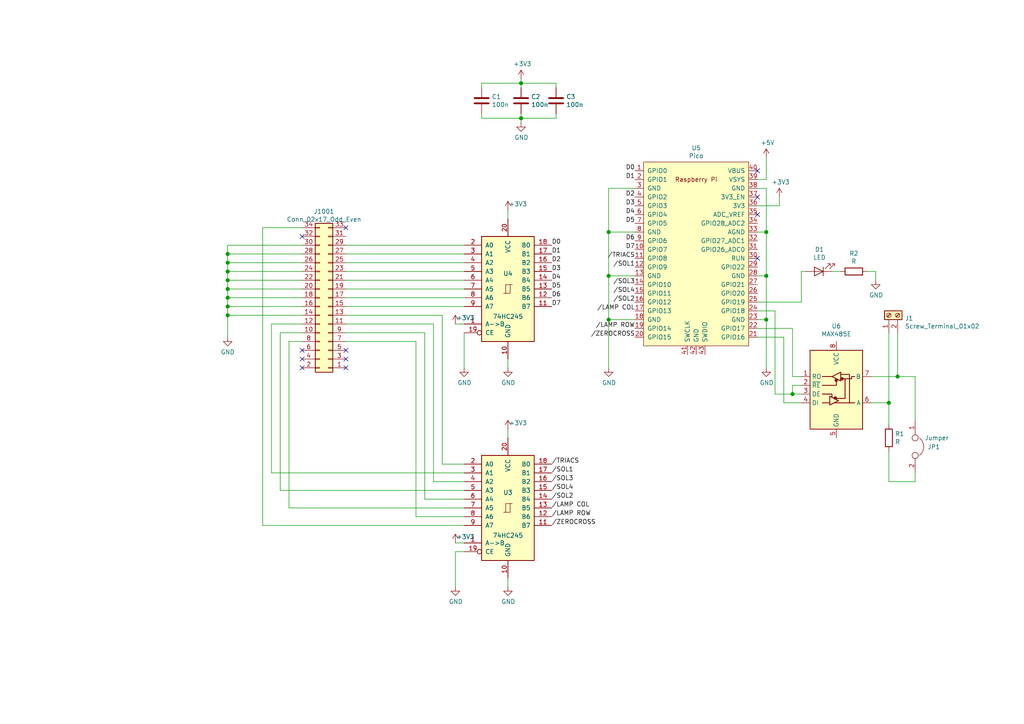
<source format=kicad_sch>
(kicad_sch (version 20210621) (generator eeschema)
  (paper "A4")
  (lib_symbols
    (symbol "74xx:74HC245" (pin_names (offset 1.016))
      (property "Reference" "U" (at -7.62 16.51 0))
      (property "Value" "74HC245" (at -7.62 -16.51 0))
      (symbol "74HC245_1_0"
        (polyline (pts (xy -0.635 -1.27) (xy -0.635 1.27) (xy 0.635 1.27)))
        (polyline (pts (xy -1.27 -1.27) (xy 0.635 -1.27) (xy 0.635 1.27) (xy 1.27 1.27)))
        (pin input line (at -12.7 -10.16 0) (length 5.08) (name "A->B") (number "1"))
        (pin power_in line (at 0 -20.32 90) (length 5.08) (name "GND") (number "10"))
        (pin tri_state line (at 12.7 -5.08 180) (length 5.08) (name "B7") (number "11"))
        (pin tri_state line (at 12.7 -2.54 180) (length 5.08) (name "B6") (number "12"))
        (pin tri_state line (at 12.7 0 180) (length 5.08) (name "B5") (number "13"))
        (pin tri_state line (at 12.7 2.54 180) (length 5.08) (name "B4") (number "14"))
        (pin tri_state line (at 12.7 5.08 180) (length 5.08) (name "B3") (number "15"))
        (pin tri_state line (at 12.7 7.62 180) (length 5.08) (name "B2") (number "16"))
        (pin tri_state line (at 12.7 10.16 180) (length 5.08) (name "B1") (number "17"))
        (pin tri_state line (at 12.7 12.7 180) (length 5.08) (name "B0") (number "18"))
        (pin input inverted (at -12.7 -12.7 0) (length 5.08) (name "CE") (number "19"))
        (pin tri_state line (at -12.7 12.7 0) (length 5.08) (name "A0") (number "2"))
        (pin power_in line (at 0 20.32 270) (length 5.08) (name "VCC") (number "20"))
        (pin tri_state line (at -12.7 10.16 0) (length 5.08) (name "A1") (number "3"))
        (pin tri_state line (at -12.7 7.62 0) (length 5.08) (name "A2") (number "4"))
        (pin tri_state line (at -12.7 5.08 0) (length 5.08) (name "A3") (number "5"))
        (pin tri_state line (at -12.7 2.54 0) (length 5.08) (name "A4") (number "6"))
        (pin tri_state line (at -12.7 0 0) (length 5.08) (name "A5") (number "7"))
        (pin tri_state line (at -12.7 -2.54 0) (length 5.08) (name "A6") (number "8"))
        (pin tri_state line (at -12.7 -5.08 0) (length 5.08) (name "A7") (number "9"))
      )
      (symbol "74HC245_1_1"
        (rectangle (start -7.62 15.24) (end 7.62 -15.24) (stroke (width 0.254)) (fill (type background)))
      )
    )
    (symbol "Connector:Screw_Terminal_01x02" (pin_names (offset 1.016) hide)
      (property "Reference" "J" (at 0 2.54 0))
      (property "Value" "Screw_Terminal_01x02" (at 0 -5.08 0))
      (symbol "Screw_Terminal_01x02_1_1"
        (circle (center 0 -2.54) (radius 0.635) (stroke (width 0.1524)))
        (circle (center 0 0) (radius 0.635) (stroke (width 0.1524)))
        (rectangle (start -1.27 1.27) (end 1.27 -3.81) (stroke (width 0.254)) (fill (type background)))
        (polyline (pts (xy -0.5334 -2.2098) (xy 0.3302 -3.048)) (stroke (width 0.1524)))
        (polyline (pts (xy -0.5334 0.3302) (xy 0.3302 -0.508)) (stroke (width 0.1524)))
        (polyline (pts (xy -0.3556 -2.032) (xy 0.508 -2.8702)) (stroke (width 0.1524)))
        (polyline (pts (xy -0.3556 0.508) (xy 0.508 -0.3302)) (stroke (width 0.1524)))
        (pin passive line (at -5.08 0 0) (length 3.81) (name "Pin_1") (number "1"))
        (pin passive line (at -5.08 -2.54 0) (length 3.81) (name "Pin_2") (number "2"))
      )
    )
    (symbol "Connector_Generic:Conn_02x17_Odd_Even" (pin_names (offset 1.016) hide)
      (property "Reference" "J" (at 1.27 22.86 0))
      (property "Value" "Conn_02x17_Odd_Even" (at 1.27 -22.86 0))
      (symbol "Conn_02x17_Odd_Even_1_1"
        (rectangle (start -1.27 -20.193) (end 0 -20.447) (stroke (width 0.1524)))
        (rectangle (start -1.27 -17.653) (end 0 -17.907) (stroke (width 0.1524)))
        (rectangle (start -1.27 -15.113) (end 0 -15.367) (stroke (width 0.1524)))
        (rectangle (start -1.27 -12.573) (end 0 -12.827) (stroke (width 0.1524)))
        (rectangle (start -1.27 -10.033) (end 0 -10.287) (stroke (width 0.1524)))
        (rectangle (start -1.27 -7.493) (end 0 -7.747) (stroke (width 0.1524)))
        (rectangle (start -1.27 -4.953) (end 0 -5.207) (stroke (width 0.1524)))
        (rectangle (start -1.27 -2.413) (end 0 -2.667) (stroke (width 0.1524)))
        (rectangle (start -1.27 0.127) (end 0 -0.127) (stroke (width 0.1524)))
        (rectangle (start -1.27 2.667) (end 0 2.413) (stroke (width 0.1524)))
        (rectangle (start -1.27 5.207) (end 0 4.953) (stroke (width 0.1524)))
        (rectangle (start -1.27 7.747) (end 0 7.493) (stroke (width 0.1524)))
        (rectangle (start -1.27 10.287) (end 0 10.033) (stroke (width 0.1524)))
        (rectangle (start -1.27 12.827) (end 0 12.573) (stroke (width 0.1524)))
        (rectangle (start -1.27 15.367) (end 0 15.113) (stroke (width 0.1524)))
        (rectangle (start -1.27 17.907) (end 0 17.653) (stroke (width 0.1524)))
        (rectangle (start -1.27 20.447) (end 0 20.193) (stroke (width 0.1524)))
        (rectangle (start 3.81 -20.193) (end 2.54 -20.447) (stroke (width 0.1524)))
        (rectangle (start 3.81 -17.653) (end 2.54 -17.907) (stroke (width 0.1524)))
        (rectangle (start 3.81 -15.113) (end 2.54 -15.367) (stroke (width 0.1524)))
        (rectangle (start 3.81 -12.573) (end 2.54 -12.827) (stroke (width 0.1524)))
        (rectangle (start 3.81 -10.033) (end 2.54 -10.287) (stroke (width 0.1524)))
        (rectangle (start 3.81 -7.493) (end 2.54 -7.747) (stroke (width 0.1524)))
        (rectangle (start 3.81 -4.953) (end 2.54 -5.207) (stroke (width 0.1524)))
        (rectangle (start 3.81 -2.413) (end 2.54 -2.667) (stroke (width 0.1524)))
        (rectangle (start 3.81 0.127) (end 2.54 -0.127) (stroke (width 0.1524)))
        (rectangle (start 3.81 2.667) (end 2.54 2.413) (stroke (width 0.1524)))
        (rectangle (start 3.81 5.207) (end 2.54 4.953) (stroke (width 0.1524)))
        (rectangle (start 3.81 7.747) (end 2.54 7.493) (stroke (width 0.1524)))
        (rectangle (start 3.81 10.287) (end 2.54 10.033) (stroke (width 0.1524)))
        (rectangle (start 3.81 12.827) (end 2.54 12.573) (stroke (width 0.1524)))
        (rectangle (start 3.81 15.367) (end 2.54 15.113) (stroke (width 0.1524)))
        (rectangle (start 3.81 17.907) (end 2.54 17.653) (stroke (width 0.1524)))
        (rectangle (start 3.81 20.447) (end 2.54 20.193) (stroke (width 0.1524)))
        (rectangle (start -1.27 21.59) (end 3.81 -21.59) (stroke (width 0.254)) (fill (type background)))
        (pin passive line (at -5.08 20.32 0) (length 3.81) (name "Pin_1") (number "1"))
        (pin passive line (at 7.62 10.16 180) (length 3.81) (name "Pin_10") (number "10"))
        (pin passive line (at -5.08 7.62 0) (length 3.81) (name "Pin_11") (number "11"))
        (pin passive line (at 7.62 7.62 180) (length 3.81) (name "Pin_12") (number "12"))
        (pin passive line (at -5.08 5.08 0) (length 3.81) (name "Pin_13") (number "13"))
        (pin passive line (at 7.62 5.08 180) (length 3.81) (name "Pin_14") (number "14"))
        (pin passive line (at -5.08 2.54 0) (length 3.81) (name "Pin_15") (number "15"))
        (pin passive line (at 7.62 2.54 180) (length 3.81) (name "Pin_16") (number "16"))
        (pin passive line (at -5.08 0 0) (length 3.81) (name "Pin_17") (number "17"))
        (pin passive line (at 7.62 0 180) (length 3.81) (name "Pin_18") (number "18"))
        (pin passive line (at -5.08 -2.54 0) (length 3.81) (name "Pin_19") (number "19"))
        (pin passive line (at 7.62 20.32 180) (length 3.81) (name "Pin_2") (number "2"))
        (pin passive line (at 7.62 -2.54 180) (length 3.81) (name "Pin_20") (number "20"))
        (pin passive line (at -5.08 -5.08 0) (length 3.81) (name "Pin_21") (number "21"))
        (pin passive line (at 7.62 -5.08 180) (length 3.81) (name "Pin_22") (number "22"))
        (pin passive line (at -5.08 -7.62 0) (length 3.81) (name "Pin_23") (number "23"))
        (pin passive line (at 7.62 -7.62 180) (length 3.81) (name "Pin_24") (number "24"))
        (pin passive line (at -5.08 -10.16 0) (length 3.81) (name "Pin_25") (number "25"))
        (pin passive line (at 7.62 -10.16 180) (length 3.81) (name "Pin_26") (number "26"))
        (pin passive line (at -5.08 -12.7 0) (length 3.81) (name "Pin_27") (number "27"))
        (pin passive line (at 7.62 -12.7 180) (length 3.81) (name "Pin_28") (number "28"))
        (pin passive line (at -5.08 -15.24 0) (length 3.81) (name "Pin_29") (number "29"))
        (pin passive line (at -5.08 17.78 0) (length 3.81) (name "Pin_3") (number "3"))
        (pin passive line (at 7.62 -15.24 180) (length 3.81) (name "Pin_30") (number "30"))
        (pin passive line (at -5.08 -17.78 0) (length 3.81) (name "Pin_31") (number "31"))
        (pin passive line (at 7.62 -17.78 180) (length 3.81) (name "Pin_32") (number "32"))
        (pin passive line (at -5.08 -20.32 0) (length 3.81) (name "Pin_33") (number "33"))
        (pin passive line (at 7.62 -20.32 180) (length 3.81) (name "Pin_34") (number "34"))
        (pin passive line (at 7.62 17.78 180) (length 3.81) (name "Pin_4") (number "4"))
        (pin passive line (at -5.08 15.24 0) (length 3.81) (name "Pin_5") (number "5"))
        (pin passive line (at 7.62 15.24 180) (length 3.81) (name "Pin_6") (number "6"))
        (pin passive line (at -5.08 12.7 0) (length 3.81) (name "Pin_7") (number "7"))
        (pin passive line (at 7.62 12.7 180) (length 3.81) (name "Pin_8") (number "8"))
        (pin passive line (at -5.08 10.16 0) (length 3.81) (name "Pin_9") (number "9"))
      )
    )
    (symbol "Device:C" (pin_numbers hide) (pin_names (offset 0.254))
      (property "Reference" "C" (at 0.635 2.54 0))
      (property "Value" "C" (at 0.635 -2.54 0))
      (symbol "C_0_1"
        (polyline (pts (xy -2.032 -0.762) (xy 2.032 -0.762)) (stroke (width 0.508)))
        (polyline (pts (xy -2.032 0.762) (xy 2.032 0.762)) (stroke (width 0.508)))
      )
      (symbol "C_1_1"
        (pin passive line (at 0 3.81 270) (length 2.794) (name "~") (number "1"))
        (pin passive line (at 0 -3.81 90) (length 2.794) (name "~") (number "2"))
      )
    )
    (symbol "Device:Jumper" (pin_names (offset 0.762) hide)
      (property "Reference" "JP" (at 0 3.81 0))
      (property "Value" "Jumper" (at 0 -2.032 0))
      (symbol "Jumper_0_1"
        (arc (start -2.4892 1.27) (end 2.5146 1.27) (radius (at 0 -0.6604) (length 3.175) (angles 142.6 37.3)))
        (circle (center -2.54 0) (radius 0.889))
        (circle (center 2.54 0) (radius 0.889))
        (pin passive line (at -7.62 0 0) (length 4.191) (name "1") (number "1"))
        (pin passive line (at 7.62 0 180) (length 4.191) (name "2") (number "2"))
      )
    )
    (symbol "Device:LED" (pin_numbers hide) (pin_names (offset 1.016) hide)
      (property "Reference" "D" (at 0 2.54 0))
      (property "Value" "LED" (at 0 -2.54 0))
      (symbol "LED_0_1"
        (polyline (pts (xy -1.27 -1.27) (xy -1.27 1.27)) (stroke (width 0.2032)))
        (polyline (pts (xy -1.27 0) (xy 1.27 0)))
        (polyline (pts (xy 1.27 -1.27) (xy 1.27 1.27) (xy -1.27 0) (xy 1.27 -1.27)) (stroke (width 0.2032)))
        (polyline (pts (xy -3.048 -0.762) (xy -4.572 -2.286) (xy -3.81 -2.286) (xy -4.572 -2.286) (xy -4.572 -1.524)))
        (polyline (pts (xy -1.778 -0.762) (xy -3.302 -2.286) (xy -2.54 -2.286) (xy -3.302 -2.286) (xy -3.302 -1.524)))
      )
      (symbol "LED_1_1"
        (pin passive line (at -3.81 0 0) (length 2.54) (name "K") (number "1"))
        (pin passive line (at 3.81 0 180) (length 2.54) (name "A") (number "2"))
      )
    )
    (symbol "Device:R" (pin_numbers hide) (pin_names (offset 0))
      (property "Reference" "R" (at 2.032 0 90))
      (property "Value" "R" (at 0 0 90))
      (symbol "R_0_1"
        (rectangle (start -1.016 -2.54) (end 1.016 2.54) (stroke (width 0.254)))
      )
      (symbol "R_1_1"
        (pin passive line (at 0 3.81 270) (length 1.27) (name "~") (number "1"))
        (pin passive line (at 0 -3.81 90) (length 1.27) (name "~") (number "2"))
      )
    )
    (symbol "Interface_UART:MAX485E"
      (property "Reference" "U" (at -6.096 11.43 0))
      (property "Value" "MAX485E" (at 0.762 11.43 0))
      (symbol "MAX485E_0_1"
        (circle (center -0.3048 -3.683) (radius 0.3556) (stroke (width 0.254)) (fill (type outline)))
        (circle (center -0.0254 1.4986) (radius 0.3556) (stroke (width 0.254)) (fill (type outline)))
        (circle (center 1.651 1.905) (radius 0.3556) (stroke (width 0.254)) (fill (type outline)))
        (rectangle (start 1.27 3.175) (end 1.27 3.175))
        (rectangle (start -7.62 10.16) (end 7.62 -12.7) (stroke (width 0.254)) (fill (type background)))
        (polyline (pts (xy -4.064 -5.08) (xy -1.905 -5.08)) (stroke (width 0.254)))
        (polyline (pts (xy -4.064 2.54) (xy -1.27 2.54)) (stroke (width 0.254)))
        (polyline (pts (xy -1.27 -3.2004) (xy -1.27 -3.4544)) (stroke (width 0.254)))
        (polyline (pts (xy -0.635 -5.08) (xy 5.334 -5.08)) (stroke (width 0.254)))
        (polyline (pts (xy -4.064 -2.54) (xy -1.27 -2.54) (xy -1.27 -3.175)) (stroke (width 0.254)))
        (polyline (pts (xy 0 1.27) (xy 0 0) (xy -4.064 0)) (stroke (width 0.254)))
        (polyline (pts (xy 1.27 3.175) (xy 3.81 3.175) (xy 3.81 -5.08)) (stroke (width 0.254)))
        (polyline (pts (xy 2.54 1.905) (xy 2.54 -3.81) (xy 0 -3.81)) (stroke (width 0.254)))
        (polyline (pts (xy -1.905 -3.175) (xy -1.905 -5.715) (xy 0.635 -4.445) (xy -1.905 -3.175)) (stroke (width 0.254)))
        (polyline (pts (xy -1.27 2.54) (xy 1.27 3.81) (xy 1.27 1.27) (xy -1.27 2.54)) (stroke (width 0.254)))
        (polyline (pts (xy 1.905 1.905) (xy 4.445 1.905) (xy 4.445 2.54) (xy 5.334 2.54)) (stroke (width 0.254)))
      )
      (symbol "MAX485E_1_1"
        (pin output line (at -10.16 2.54 0) (length 2.54) (name "RO") (number "1"))
        (pin input line (at -10.16 0 0) (length 2.54) (name "~{RE}") (number "2"))
        (pin input line (at -10.16 -2.54 0) (length 2.54) (name "DE") (number "3"))
        (pin input line (at -10.16 -5.08 0) (length 2.54) (name "DI") (number "4"))
        (pin power_in line (at 0 -15.24 90) (length 2.54) (name "GND") (number "5"))
        (pin bidirectional line (at 10.16 -5.08 180) (length 2.54) (name "A") (number "6"))
        (pin bidirectional line (at 10.16 2.54 180) (length 2.54) (name "B") (number "7"))
        (pin power_in line (at 0 12.7 270) (length 2.54) (name "VCC") (number "8"))
      )
    )
    (symbol "MCU_RaspberryPi_and_Boards:Pico" (pin_names (offset 1.016))
      (property "Reference" "U" (at -13.97 27.94 0))
      (property "Value" "Pico" (at 0 19.05 0))
      (symbol "Pico_0_0"
        (text "Raspberry Pi" (at 0 21.59 0) (effects (font (size 1.27 1.27))))
      )
      (symbol "Pico_0_1"
        (rectangle (start -15.24 26.67) (end 15.24 -26.67) (fill (type background)))
      )
      (symbol "Pico_1_1"
        (pin bidirectional line (at -17.78 24.13 0) (length 2.54) (name "GPIO0") (number "1"))
        (pin bidirectional line (at -17.78 1.27 0) (length 2.54) (name "GPIO7") (number "10"))
        (pin bidirectional line (at -17.78 -1.27 0) (length 2.54) (name "GPIO8") (number "11"))
        (pin bidirectional line (at -17.78 -3.81 0) (length 2.54) (name "GPIO9") (number "12"))
        (pin power_in line (at -17.78 -6.35 0) (length 2.54) (name "GND") (number "13"))
        (pin bidirectional line (at -17.78 -8.89 0) (length 2.54) (name "GPIO10") (number "14"))
        (pin bidirectional line (at -17.78 -11.43 0) (length 2.54) (name "GPIO11") (number "15"))
        (pin bidirectional line (at -17.78 -13.97 0) (length 2.54) (name "GPIO12") (number "16"))
        (pin bidirectional line (at -17.78 -16.51 0) (length 2.54) (name "GPIO13") (number "17"))
        (pin power_in line (at -17.78 -19.05 0) (length 2.54) (name "GND") (number "18"))
        (pin bidirectional line (at -17.78 -21.59 0) (length 2.54) (name "GPIO14") (number "19"))
        (pin bidirectional line (at -17.78 21.59 0) (length 2.54) (name "GPIO1") (number "2"))
        (pin bidirectional line (at -17.78 -24.13 0) (length 2.54) (name "GPIO15") (number "20"))
        (pin bidirectional line (at 17.78 -24.13 180) (length 2.54) (name "GPIO16") (number "21"))
        (pin bidirectional line (at 17.78 -21.59 180) (length 2.54) (name "GPIO17") (number "22"))
        (pin power_in line (at 17.78 -19.05 180) (length 2.54) (name "GND") (number "23"))
        (pin bidirectional line (at 17.78 -16.51 180) (length 2.54) (name "GPIO18") (number "24"))
        (pin bidirectional line (at 17.78 -13.97 180) (length 2.54) (name "GPIO19") (number "25"))
        (pin bidirectional line (at 17.78 -11.43 180) (length 2.54) (name "GPIO20") (number "26"))
        (pin bidirectional line (at 17.78 -8.89 180) (length 2.54) (name "GPIO21") (number "27"))
        (pin power_in line (at 17.78 -6.35 180) (length 2.54) (name "GND") (number "28"))
        (pin bidirectional line (at 17.78 -3.81 180) (length 2.54) (name "GPIO22") (number "29"))
        (pin power_in line (at -17.78 19.05 0) (length 2.54) (name "GND") (number "3"))
        (pin input line (at 17.78 -1.27 180) (length 2.54) (name "RUN") (number "30"))
        (pin bidirectional line (at 17.78 1.27 180) (length 2.54) (name "GPIO26_ADC0") (number "31"))
        (pin bidirectional line (at 17.78 3.81 180) (length 2.54) (name "GPIO27_ADC1") (number "32"))
        (pin power_in line (at 17.78 6.35 180) (length 2.54) (name "AGND") (number "33"))
        (pin bidirectional line (at 17.78 8.89 180) (length 2.54) (name "GPIO28_ADC2") (number "34"))
        (pin unspecified line (at 17.78 11.43 180) (length 2.54) (name "ADC_VREF") (number "35"))
        (pin unspecified line (at 17.78 13.97 180) (length 2.54) (name "3V3") (number "36"))
        (pin input line (at 17.78 16.51 180) (length 2.54) (name "3V3_EN") (number "37"))
        (pin bidirectional line (at 17.78 19.05 180) (length 2.54) (name "GND") (number "38"))
        (pin unspecified line (at 17.78 21.59 180) (length 2.54) (name "VSYS") (number "39"))
        (pin bidirectional line (at -17.78 16.51 0) (length 2.54) (name "GPIO2") (number "4"))
        (pin unspecified line (at 17.78 24.13 180) (length 2.54) (name "VBUS") (number "40"))
        (pin input line (at -2.54 -29.21 90) (length 2.54) (name "SWCLK") (number "41"))
        (pin power_in line (at 0 -29.21 90) (length 2.54) (name "GND") (number "42"))
        (pin bidirectional line (at 2.54 -29.21 90) (length 2.54) (name "SWDIO") (number "43"))
        (pin bidirectional line (at -17.78 13.97 0) (length 2.54) (name "GPIO3") (number "5"))
        (pin bidirectional line (at -17.78 11.43 0) (length 2.54) (name "GPIO4") (number "6"))
        (pin bidirectional line (at -17.78 8.89 0) (length 2.54) (name "GPIO5") (number "7"))
        (pin power_in line (at -17.78 6.35 0) (length 2.54) (name "GND") (number "8"))
        (pin bidirectional line (at -17.78 3.81 0) (length 2.54) (name "GPIO6") (number "9"))
      )
    )
    (symbol "power:+3V3" (power) (pin_names (offset 0))
      (property "Value" "+3V3" (at 0 3.556 0))
      (symbol "+3V3_0_1"
        (polyline (pts (xy -0.762 1.27) (xy 0 2.54)))
        (polyline (pts (xy 0 0) (xy 0 2.54)))
        (polyline (pts (xy 0 2.54) (xy 0.762 1.27)))
      )
      (symbol "+3V3_1_1"
        (pin power_in line (at 0 0 90) (length 0) hide (name "+3V3") (number "1"))
      )
    )
    (symbol "power:+5V" (power) (pin_names (offset 0))
      (property "Value" "+5V" (at 0 3.556 0))
      (symbol "+5V_0_1"
        (polyline (pts (xy -0.762 1.27) (xy 0 2.54)))
        (polyline (pts (xy 0 0) (xy 0 2.54)))
        (polyline (pts (xy 0 2.54) (xy 0.762 1.27)))
      )
      (symbol "+5V_1_1"
        (pin power_in line (at 0 0 90) (length 0) hide (name "+5V") (number "1"))
      )
    )
    (symbol "power:GND" (power) (pin_names (offset 0))
      (property "Value" "GND" (at 0 -3.81 0))
      (symbol "GND_0_1"
        (polyline (pts (xy 0 0) (xy 0 -1.27) (xy 1.27 -1.27) (xy 0 -2.54) (xy -1.27 -1.27) (xy 0 -1.27)))
      )
      (symbol "GND_1_1"
        (pin power_in line (at 0 0 270) (length 0) hide (name "GND") (number "1"))
      )
    )
  )
  (junction (at 66.04 73.66) (diameter 1.016))
  (junction (at 66.04 76.2) (diameter 1.016))
  (junction (at 66.04 78.74) (diameter 1.016))
  (junction (at 66.04 81.28) (diameter 1.016))
  (junction (at 66.04 83.82) (diameter 1.016))
  (junction (at 66.04 86.36) (diameter 1.016))
  (junction (at 66.04 88.9) (diameter 1.016))
  (junction (at 66.04 91.44) (diameter 1.016))
  (junction (at 151.13 24.13) (diameter 1.016))
  (junction (at 151.13 34.29) (diameter 1.016))
  (junction (at 176.53 67.31) (diameter 1.016))
  (junction (at 176.53 80.01) (diameter 1.016))
  (junction (at 176.53 92.71) (diameter 1.016))
  (junction (at 222.25 67.31) (diameter 1.016))
  (junction (at 222.25 80.01) (diameter 1.016))
  (junction (at 222.25 92.71) (diameter 1.016))
  (junction (at 229.87 114.3) (diameter 1.016))
  (junction (at 257.81 116.84) (diameter 1.016))
  (junction (at 260.35 109.22) (diameter 1.016))
  (no_connect (at 87.63 68.58))
  (no_connect (at 87.63 101.6))
  (no_connect (at 87.63 104.14))
  (no_connect (at 87.63 106.68))
  (no_connect (at 100.33 66.04))
  (no_connect (at 100.33 101.6))
  (no_connect (at 100.33 104.14))
  (no_connect (at 100.33 106.68))
  (no_connect (at 219.71 49.53))
  (no_connect (at 219.71 57.15))
  (no_connect (at 219.71 62.23))
  (no_connect (at 219.71 74.93))
  (wire (pts (xy 66.04 71.12) (xy 66.04 73.66)))
  (wire (pts (xy 66.04 73.66) (xy 66.04 76.2)))
  (wire (pts (xy 66.04 76.2) (xy 66.04 78.74)))
  (wire (pts (xy 66.04 78.74) (xy 66.04 81.28)))
  (wire (pts (xy 66.04 81.28) (xy 66.04 83.82)))
  (wire (pts (xy 66.04 83.82) (xy 66.04 86.36)))
  (wire (pts (xy 66.04 86.36) (xy 66.04 88.9)))
  (wire (pts (xy 66.04 88.9) (xy 66.04 91.44)))
  (wire (pts (xy 66.04 91.44) (xy 66.04 97.79)))
  (wire (pts (xy 76.2 66.04) (xy 76.2 152.4)))
  (wire (pts (xy 76.2 152.4) (xy 134.62 152.4)))
  (wire (pts (xy 78.74 93.98) (xy 78.74 137.16)))
  (wire (pts (xy 78.74 137.16) (xy 134.62 137.16)))
  (wire (pts (xy 81.28 96.52) (xy 81.28 142.24)))
  (wire (pts (xy 81.28 142.24) (xy 134.62 142.24)))
  (wire (pts (xy 83.82 99.06) (xy 83.82 147.32)))
  (wire (pts (xy 83.82 147.32) (xy 134.62 147.32)))
  (wire (pts (xy 87.63 66.04) (xy 76.2 66.04)))
  (wire (pts (xy 87.63 71.12) (xy 66.04 71.12)))
  (wire (pts (xy 87.63 73.66) (xy 66.04 73.66)))
  (wire (pts (xy 87.63 76.2) (xy 66.04 76.2)))
  (wire (pts (xy 87.63 78.74) (xy 66.04 78.74)))
  (wire (pts (xy 87.63 81.28) (xy 66.04 81.28)))
  (wire (pts (xy 87.63 83.82) (xy 66.04 83.82)))
  (wire (pts (xy 87.63 86.36) (xy 66.04 86.36)))
  (wire (pts (xy 87.63 88.9) (xy 66.04 88.9)))
  (wire (pts (xy 87.63 91.44) (xy 66.04 91.44)))
  (wire (pts (xy 87.63 93.98) (xy 78.74 93.98)))
  (wire (pts (xy 87.63 96.52) (xy 81.28 96.52)))
  (wire (pts (xy 87.63 99.06) (xy 83.82 99.06)))
  (wire (pts (xy 100.33 71.12) (xy 134.62 71.12)))
  (wire (pts (xy 100.33 73.66) (xy 134.62 73.66)))
  (wire (pts (xy 100.33 76.2) (xy 134.62 76.2)))
  (wire (pts (xy 100.33 78.74) (xy 134.62 78.74)))
  (wire (pts (xy 100.33 81.28) (xy 134.62 81.28)))
  (wire (pts (xy 100.33 83.82) (xy 134.62 83.82)))
  (wire (pts (xy 100.33 86.36) (xy 134.62 86.36)))
  (wire (pts (xy 100.33 88.9) (xy 134.62 88.9)))
  (wire (pts (xy 100.33 91.44) (xy 128.27 91.44)))
  (wire (pts (xy 100.33 93.98) (xy 125.73 93.98)))
  (wire (pts (xy 100.33 96.52) (xy 123.19 96.52)))
  (wire (pts (xy 100.33 99.06) (xy 120.65 99.06)))
  (wire (pts (xy 120.65 99.06) (xy 120.65 149.86)))
  (wire (pts (xy 120.65 149.86) (xy 134.62 149.86)))
  (wire (pts (xy 123.19 96.52) (xy 123.19 144.78)))
  (wire (pts (xy 123.19 144.78) (xy 134.62 144.78)))
  (wire (pts (xy 125.73 93.98) (xy 125.73 139.7)))
  (wire (pts (xy 128.27 91.44) (xy 128.27 134.62)))
  (wire (pts (xy 128.27 134.62) (xy 134.62 134.62)))
  (wire (pts (xy 132.08 93.98) (xy 134.62 93.98)))
  (wire (pts (xy 132.08 157.48) (xy 134.62 157.48)))
  (wire (pts (xy 132.08 160.02) (xy 132.08 170.18)))
  (wire (pts (xy 134.62 96.52) (xy 134.62 106.68)))
  (wire (pts (xy 134.62 139.7) (xy 125.73 139.7)))
  (wire (pts (xy 134.62 160.02) (xy 132.08 160.02)))
  (wire (pts (xy 139.7 24.13) (xy 139.7 25.4)))
  (wire (pts (xy 139.7 33.02) (xy 139.7 34.29)))
  (wire (pts (xy 139.7 34.29) (xy 151.13 34.29)))
  (wire (pts (xy 147.32 60.96) (xy 147.32 63.5)))
  (wire (pts (xy 147.32 104.14) (xy 147.32 106.68)))
  (wire (pts (xy 147.32 124.46) (xy 147.32 127)))
  (wire (pts (xy 147.32 167.64) (xy 147.32 170.18)))
  (wire (pts (xy 151.13 22.86) (xy 151.13 24.13)))
  (wire (pts (xy 151.13 24.13) (xy 139.7 24.13)))
  (wire (pts (xy 151.13 24.13) (xy 151.13 25.4)))
  (wire (pts (xy 151.13 24.13) (xy 161.29 24.13)))
  (wire (pts (xy 151.13 33.02) (xy 151.13 34.29)))
  (wire (pts (xy 151.13 34.29) (xy 151.13 35.56)))
  (wire (pts (xy 151.13 34.29) (xy 161.29 34.29)))
  (wire (pts (xy 161.29 24.13) (xy 161.29 25.4)))
  (wire (pts (xy 161.29 34.29) (xy 161.29 33.02)))
  (wire (pts (xy 176.53 54.61) (xy 176.53 67.31)))
  (wire (pts (xy 176.53 67.31) (xy 176.53 80.01)))
  (wire (pts (xy 176.53 67.31) (xy 184.15 67.31)))
  (wire (pts (xy 176.53 80.01) (xy 176.53 92.71)))
  (wire (pts (xy 176.53 80.01) (xy 184.15 80.01)))
  (wire (pts (xy 176.53 92.71) (xy 176.53 106.68)))
  (wire (pts (xy 176.53 92.71) (xy 184.15 92.71)))
  (wire (pts (xy 184.15 54.61) (xy 176.53 54.61)))
  (wire (pts (xy 219.71 52.07) (xy 222.25 52.07)))
  (wire (pts (xy 219.71 54.61) (xy 222.25 54.61)))
  (wire (pts (xy 219.71 59.69) (xy 226.06 59.69)))
  (wire (pts (xy 219.71 67.31) (xy 222.25 67.31)))
  (wire (pts (xy 219.71 80.01) (xy 222.25 80.01)))
  (wire (pts (xy 219.71 87.63) (xy 232.41 87.63)))
  (wire (pts (xy 219.71 92.71) (xy 222.25 92.71)))
  (wire (pts (xy 219.71 95.25) (xy 229.87 95.25)))
  (wire (pts (xy 219.71 97.79) (xy 227.33 97.79)))
  (wire (pts (xy 222.25 52.07) (xy 222.25 45.72)))
  (wire (pts (xy 222.25 54.61) (xy 222.25 67.31)))
  (wire (pts (xy 222.25 67.31) (xy 222.25 80.01)))
  (wire (pts (xy 222.25 80.01) (xy 222.25 92.71)))
  (wire (pts (xy 222.25 92.71) (xy 222.25 106.68)))
  (wire (pts (xy 224.79 90.17) (xy 219.71 90.17)))
  (wire (pts (xy 224.79 114.3) (xy 224.79 90.17)))
  (wire (pts (xy 226.06 59.69) (xy 226.06 57.15)))
  (wire (pts (xy 227.33 97.79) (xy 227.33 116.84)))
  (wire (pts (xy 227.33 116.84) (xy 232.41 116.84)))
  (wire (pts (xy 229.87 95.25) (xy 229.87 109.22)))
  (wire (pts (xy 229.87 109.22) (xy 232.41 109.22)))
  (wire (pts (xy 229.87 111.76) (xy 229.87 114.3)))
  (wire (pts (xy 229.87 114.3) (xy 224.79 114.3)))
  (wire (pts (xy 232.41 78.74) (xy 233.68 78.74)))
  (wire (pts (xy 232.41 87.63) (xy 232.41 78.74)))
  (wire (pts (xy 232.41 111.76) (xy 229.87 111.76)))
  (wire (pts (xy 232.41 114.3) (xy 229.87 114.3)))
  (wire (pts (xy 241.3 78.74) (xy 243.84 78.74)))
  (wire (pts (xy 251.46 78.74) (xy 254 78.74)))
  (wire (pts (xy 252.73 109.22) (xy 260.35 109.22)))
  (wire (pts (xy 252.73 116.84) (xy 257.81 116.84)))
  (wire (pts (xy 254 78.74) (xy 254 81.28)))
  (wire (pts (xy 257.81 96.52) (xy 257.81 116.84)))
  (wire (pts (xy 257.81 116.84) (xy 257.81 123.19)))
  (wire (pts (xy 257.81 130.81) (xy 257.81 139.7)))
  (wire (pts (xy 257.81 139.7) (xy 265.43 139.7)))
  (wire (pts (xy 260.35 96.52) (xy 260.35 109.22)))
  (wire (pts (xy 260.35 109.22) (xy 265.43 109.22)))
  (wire (pts (xy 265.43 109.22) (xy 265.43 121.92)))
  (wire (pts (xy 265.43 139.7) (xy 265.43 137.16)))
  (label "D0" (at 160.02 71.12 0))
  (label "D1" (at 160.02 73.66 0))
  (label "D2" (at 160.02 76.2 0))
  (label "D3" (at 160.02 78.74 0))
  (label "D4" (at 160.02 81.28 0))
  (label "D5" (at 160.02 83.82 0))
  (label "D6" (at 160.02 86.36 0))
  (label "D7" (at 160.02 88.9 0))
  (label "{slash}TRIACS" (at 160.02 134.62 0))
  (label "{slash}SOL1" (at 160.02 137.16 0))
  (label "{slash}SOL3" (at 160.02 139.7 0))
  (label "{slash}SOL4" (at 160.02 142.24 0))
  (label "{slash}SOL2" (at 160.02 144.78 0))
  (label "{slash}LAMP COL" (at 160.02 147.32 0))
  (label "{slash}LAMP ROW" (at 160.02 149.86 0))
  (label "{slash}ZEROCROSS" (at 160.02 152.4 0))
  (label "D0" (at 184.15 49.53 180))
  (label "D1" (at 184.15 52.07 180))
  (label "D2" (at 184.15 57.15 180))
  (label "D3" (at 184.15 59.69 180))
  (label "D4" (at 184.15 62.23 180))
  (label "D5" (at 184.15 64.77 180))
  (label "D6" (at 184.15 69.85 180))
  (label "D7" (at 184.15 72.39 180))
  (label "{slash}TRIACS" (at 184.15 74.93 180))
  (label "{slash}SOL1" (at 184.15 77.47 180))
  (label "{slash}SOL3" (at 184.15 82.55 180))
  (label "{slash}SOL4" (at 184.15 85.09 180))
  (label "{slash}SOL2" (at 184.15 87.63 180))
  (label "{slash}LAMP COL" (at 184.15 90.17 180))
  (label "{slash}LAMP ROW" (at 184.15 95.25 180))
  (label "{slash}ZEROCROSS" (at 184.15 97.79 180))
  (symbol (lib_id "power:+3V3") (at 132.08 93.98 0) (unit 1)
    (property "Reference" "#PWR0106" (effects hide))
    (property "Value" "+3V3" (at 134.9883 92.1956 0))
  )
  (symbol (lib_id "power:+3V3") (at 132.08 157.48 0) (unit 1)
    (property "Reference" "#PWR0114" (effects hide))
    (property "Value" "+3V3" (at 134.9883 155.6956 0))
  )
  (symbol (lib_id "power:+3V3") (at 147.32 60.96 0) (unit 1)
    (property "Reference" "#PWR0108" (effects hide))
    (property "Value" "+3V3" (at 150.2283 59.1756 0))
  )
  (symbol (lib_id "power:+3V3") (at 147.32 124.46 0) (unit 1)
    (property "Reference" "#PWR0111" (effects hide))
    (property "Value" "+3V3" (at 150.2283 122.6756 0))
  )
  (symbol (lib_id "power:+3V3") (at 151.13 22.86 0) (unit 1)
    (property "Reference" "#PWR0121" (effects hide))
    (property "Value" "+3V3" (at 151.4983 18.5356 0))
  )
  (symbol (lib_id "power:+5V") (at 222.25 45.72 0) (unit 1)
    (property "Reference" "#PWR0119" (effects hide))
    (property "Value" "+5V" (at 222.6183 41.3956 0))
  )
  (symbol (lib_id "power:+3V3") (at 226.06 57.15 0) (unit 1)
    (property "Reference" "#PWR0120" (effects hide))
    (property "Value" "+3V3" (at 226.4283 52.8256 0))
  )
  (symbol (lib_id "power:GND") (at 66.04 97.79 0) (unit 1)
    (property "Reference" "#PWR0101" (effects hide))
    (property "Value" "GND" (at 66.04 102.1144 0))
  )
  (symbol (lib_id "power:GND") (at 132.08 170.18 0) (unit 1)
    (property "Reference" "#PWR0113" (effects hide))
    (property "Value" "GND" (at 132.1943 174.5044 0))
  )
  (symbol (lib_id "power:GND") (at 134.62 106.68 0) (unit 1)
    (property "Reference" "#PWR0104" (effects hide))
    (property "Value" "GND" (at 134.7343 111.0044 0))
  )
  (symbol (lib_id "power:GND") (at 147.32 106.68 0) (unit 1)
    (property "Reference" "#PWR0107" (effects hide))
    (property "Value" "GND" (at 147.4343 111.0044 0))
  )
  (symbol (lib_id "power:GND") (at 147.32 170.18 0) (unit 1)
    (property "Reference" "#PWR0112" (effects hide))
    (property "Value" "GND" (at 147.4343 174.5044 0))
  )
  (symbol (lib_id "power:GND") (at 151.13 35.56 0) (unit 1)
    (property "Reference" "#PWR0122" (effects hide))
    (property "Value" "GND" (at 151.2443 39.8844 0))
  )
  (symbol (lib_id "power:GND") (at 176.53 106.68 0) (unit 1)
    (property "Reference" "#PWR0118" (effects hide))
    (property "Value" "GND" (at 176.6443 111.0044 0))
  )
  (symbol (lib_id "power:GND") (at 222.25 106.68 0) (unit 1)
    (property "Reference" "#PWR0115" (effects hide))
    (property "Value" "GND" (at 222.3643 111.0044 0))
  )
  (symbol (lib_id "power:GND") (at 254 81.28 0) (unit 1)
    (property "Reference" "#PWR0116" (effects hide))
    (property "Value" "GND" (at 254.1143 85.6044 0))
  )
  (symbol (lib_id "Device:R") (at 247.65 78.74 90) (unit 1)
    (property "Reference" "R2" (at 247.65 73.5138 90))
    (property "Value" "R" (at 247.65 75.8125 90))
    (property "Footprint" "Resistor_THT:R_Axial_DIN0204_L3.6mm_D1.6mm_P5.08mm_Horizontal" (effects hide))
  )
  (symbol (lib_id "Device:R") (at 257.81 127 0) (unit 1)
    (property "Reference" "R1" (at 259.5881 125.8506 0) (effects (justify left)))
    (property "Value" "R" (at 259.5881 128.1493 0) (effects (justify left)))
    (property "Footprint" "Resistor_THT:R_Axial_DIN0204_L3.6mm_D1.6mm_P5.08mm_Horizontal" (effects hide))
  )
  (symbol (lib_id "Device:LED") (at 237.49 78.74 180) (unit 1)
    (property "Reference" "D1" (at 237.6805 72.3708 0))
    (property "Value" "LED" (at 237.6805 74.6695 0))
    (property "Footprint" "LED_THT:LED_D1.8mm_W3.3mm_H2.4mm" (effects hide))
  )
  (symbol (lib_id "Connector:Screw_Terminal_01x02") (at 257.81 91.44 90) (unit 1)
    (property "Reference" "J1" (at 262.4837 92.3226 90) (effects (justify right)))
    (property "Value" "Screw_Terminal_01x02" (at 262.4837 94.6213 90) (effects (justify right)))
    (property "Footprint" "TerminalBlock_4Ucon:TerminalBlock_4Ucon_1x02_P3.50mm_Horizontal" (effects hide))
  )
  (symbol (lib_id "Device:C") (at 139.7 29.21 0) (unit 1)
    (property "Reference" "C1" (at 142.6211 28.0606 0) (effects (justify left)))
    (property "Value" "100n" (at 142.6211 30.3593 0) (effects (justify left)))
    (property "Footprint" "Capacitor_THT:C_Disc_D3.0mm_W2.0mm_P2.50mm" (effects hide))
  )
  (symbol (lib_id "Device:C") (at 151.13 29.21 0) (unit 1)
    (property "Reference" "C2" (at 154.0511 28.0606 0) (effects (justify left)))
    (property "Value" "100n" (at 154.0511 30.3593 0) (effects (justify left)))
    (property "Footprint" "Capacitor_THT:C_Disc_D3.0mm_W2.0mm_P2.50mm" (effects hide))
  )
  (symbol (lib_id "Device:C") (at 161.29 29.21 0) (unit 1)
    (property "Reference" "C3" (at 164.2111 28.0606 0) (effects (justify left)))
    (property "Value" "100n" (at 164.2111 30.3593 0) (effects (justify left)))
    (property "Footprint" "Capacitor_THT:C_Disc_D3.0mm_W2.0mm_P2.50mm" (effects hide))
  )
  (symbol (lib_id "Device:Jumper") (at 265.43 129.54 270) (unit 1)
    (property "Reference" "JP1" (at 272.6943 129.6226 90) (effects (justify right)))
    (property "Value" "Jumper" (at 275.2343 127.0191 90) (effects (justify right)))
    (property "Footprint" "Connector_PinHeader_2.54mm:PinHeader_1x02_P2.54mm_Vertical" (effects hide))
  )
  (symbol (lib_id "Connector_Generic:Conn_02x17_Odd_Even") (at 95.25 86.36 180) (unit 1)
    (property "Reference" "J1001" (at 93.98 61.3368 0))
    (property "Value" "Conn_02x17_Odd_Even" (at 93.98 63.6355 0))
    (property "Footprint" "Connector_PinHeader_2.54mm:PinHeader_2x17_P2.54mm_Vertical" (effects hide))
  )
  (symbol (lib_id "Interface_UART:MAX485E") (at 242.57 111.76 0) (unit 1)
    (property "Reference" "U6" (at 242.57 94.5958 0))
    (property "Value" "MAX485E" (at 242.57 96.8945 0))
    (property "Footprint" "Package_DIP:DIP-8_W7.62mm_LongPads" (effects hide))
    (property "Datasheet" "https://datasheets.maximintegrated.com/en/ds/MAX1487E-MAX491E.pdf" (effects hide))
  )
  (symbol (lib_id "74xx:74HC245") (at 147.32 83.82 0) (unit 1)
    (property "Reference" "U4" (at 147.32 79.3558 0))
    (property "Value" "74HC245" (at 147.32 91.8145 0))
    (property "Footprint" "Package_DIP:DIP-20_W7.62mm_LongPads" (effects hide))
    (property "Datasheet" "http://www.ti.com/lit/gpn/sn74HC245" (effects hide))
  )
  (symbol (lib_id "74xx:74HC245") (at 147.32 147.32 0) (unit 1)
    (property "Reference" "U3" (at 147.32 142.8558 0))
    (property "Value" "74HC245" (at 147.32 155.3145 0))
    (property "Footprint" "Package_DIP:DIP-20_W7.62mm_LongPads" (effects hide))
    (property "Datasheet" "http://www.ti.com/lit/gpn/sn74HC245" (effects hide))
  )
  (symbol (lib_id "MCU_RaspberryPi_and_Boards:Pico") (at 201.93 73.66 0) (unit 1)
    (property "Reference" "U5" (at 201.93 42.9068 0))
    (property "Value" "Pico" (at 201.93 45.2055 0))
    (property "Footprint" "MCU_RaspberryPi_and_Boards:RPi_Pico_SMD_TH" (effects hide))
  )
)
</source>
